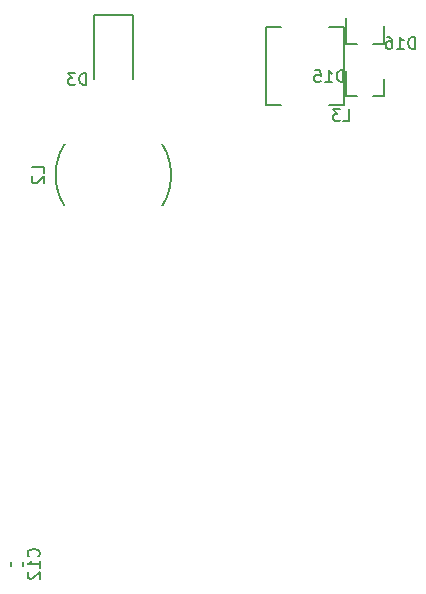
<source format=gbo>
G04 #@! TF.GenerationSoftware,KiCad,Pcbnew,(5.1.5)-3*
G04 #@! TF.CreationDate,2020-01-27T10:14:26+03:00*
G04 #@! TF.ProjectId,UBD,5542442e-6b69-4636-9164-5f7063625858,rev?*
G04 #@! TF.SameCoordinates,Original*
G04 #@! TF.FileFunction,Legend,Bot*
G04 #@! TF.FilePolarity,Positive*
%FSLAX46Y46*%
G04 Gerber Fmt 4.6, Leading zero omitted, Abs format (unit mm)*
G04 Created by KiCad (PCBNEW (5.1.5)-3) date 2020-01-27 10:14:26*
%MOMM*%
%LPD*%
G04 APERTURE LIST*
%ADD10C,0.200000*%
%ADD11C,0.150000*%
%ADD12C,1.702000*%
%ADD13R,1.902000X2.602000*%
%ADD14R,1.302000X3.102000*%
%ADD15R,1.802000X1.802000*%
%ADD16C,0.100000*%
%ADD17R,9.102000X3.102000*%
%ADD18O,2.052000X1.802000*%
%ADD19O,2.102000X1.802000*%
%ADD20R,3.531000X2.515000*%
%ADD21C,2.602000*%
%ADD22C,1.102000*%
%ADD23R,0.902000X1.002000*%
%ADD24R,1.902000X1.902000*%
%ADD25C,1.902000*%
%ADD26C,0.902000*%
%ADD27C,6.502000*%
G04 APERTURE END LIST*
D10*
X52960000Y-96517000D02*
X56260000Y-96517000D01*
X56260000Y-96517000D02*
X56260000Y-101917000D01*
X52960000Y-96517000D02*
X52960000Y-101917000D01*
X45972000Y-143164779D02*
X45972000Y-142839221D01*
X46992000Y-143164779D02*
X46992000Y-142839221D01*
X59510000Y-110068000D02*
G75*
G03X59510000Y-110068000I-4900000J0D01*
G01*
X72863191Y-104117482D02*
X74123691Y-104117482D01*
X74123691Y-104117482D02*
X74123691Y-97567482D01*
X74123691Y-97567482D02*
X72863191Y-97567482D01*
X68834191Y-104117482D02*
X67573691Y-104117482D01*
X67573691Y-104117482D02*
X67573691Y-97567482D01*
X67573691Y-97567482D02*
X68834191Y-97567482D01*
X77508690Y-98935479D02*
X77508690Y-97475479D01*
X74348690Y-98935479D02*
X74348690Y-96775479D01*
X74348690Y-98935479D02*
X75278690Y-98935479D01*
X77508690Y-98935479D02*
X76578690Y-98935479D01*
X77508690Y-103396480D02*
X77508690Y-101936480D01*
X74348690Y-103396480D02*
X74348690Y-101236480D01*
X74348690Y-103396480D02*
X75278690Y-103396480D01*
X77508690Y-103396480D02*
X76578690Y-103396480D01*
D11*
X52300095Y-102433380D02*
X52300095Y-101433380D01*
X52062000Y-101433380D01*
X51919142Y-101481000D01*
X51823904Y-101576238D01*
X51776285Y-101671476D01*
X51728666Y-101861952D01*
X51728666Y-102004809D01*
X51776285Y-102195285D01*
X51823904Y-102290523D01*
X51919142Y-102385761D01*
X52062000Y-102433380D01*
X52300095Y-102433380D01*
X51395333Y-101433380D02*
X50776285Y-101433380D01*
X51109619Y-101814333D01*
X50966761Y-101814333D01*
X50871523Y-101861952D01*
X50823904Y-101909571D01*
X50776285Y-102004809D01*
X50776285Y-102242904D01*
X50823904Y-102338142D01*
X50871523Y-102385761D01*
X50966761Y-102433380D01*
X51252476Y-102433380D01*
X51347714Y-102385761D01*
X51395333Y-102338142D01*
X48269142Y-142359142D02*
X48316761Y-142311523D01*
X48364380Y-142168666D01*
X48364380Y-142073428D01*
X48316761Y-141930571D01*
X48221523Y-141835333D01*
X48126285Y-141787714D01*
X47935809Y-141740095D01*
X47792952Y-141740095D01*
X47602476Y-141787714D01*
X47507238Y-141835333D01*
X47412000Y-141930571D01*
X47364380Y-142073428D01*
X47364380Y-142168666D01*
X47412000Y-142311523D01*
X47459619Y-142359142D01*
X48364380Y-143311523D02*
X48364380Y-142740095D01*
X48364380Y-143025809D02*
X47364380Y-143025809D01*
X47507238Y-142930571D01*
X47602476Y-142835333D01*
X47650095Y-142740095D01*
X47459619Y-143692476D02*
X47412000Y-143740095D01*
X47364380Y-143835333D01*
X47364380Y-144073428D01*
X47412000Y-144168666D01*
X47459619Y-144216285D01*
X47554857Y-144263904D01*
X47650095Y-144263904D01*
X47792952Y-144216285D01*
X48364380Y-143644857D01*
X48364380Y-144263904D01*
X48712380Y-109901333D02*
X48712380Y-109425142D01*
X47712380Y-109425142D01*
X47807619Y-110187047D02*
X47760000Y-110234666D01*
X47712380Y-110329904D01*
X47712380Y-110568000D01*
X47760000Y-110663238D01*
X47807619Y-110710857D01*
X47902857Y-110758476D01*
X47998095Y-110758476D01*
X48140952Y-110710857D01*
X48712380Y-110139428D01*
X48712380Y-110758476D01*
X74063356Y-105485863D02*
X74539547Y-105485863D01*
X74539547Y-104485863D01*
X73825261Y-104485863D02*
X73206213Y-104485863D01*
X73539547Y-104866816D01*
X73396690Y-104866816D01*
X73301451Y-104914435D01*
X73253832Y-104962054D01*
X73206213Y-105057292D01*
X73206213Y-105295387D01*
X73253832Y-105390625D01*
X73301451Y-105438244D01*
X73396690Y-105485863D01*
X73682404Y-105485863D01*
X73777642Y-105438244D01*
X73825261Y-105390625D01*
X80129976Y-99373859D02*
X80129976Y-98373859D01*
X79891881Y-98373859D01*
X79749024Y-98421479D01*
X79653786Y-98516717D01*
X79606167Y-98611955D01*
X79558548Y-98802431D01*
X79558548Y-98945288D01*
X79606167Y-99135764D01*
X79653786Y-99231002D01*
X79749024Y-99326240D01*
X79891881Y-99373859D01*
X80129976Y-99373859D01*
X78606167Y-99373859D02*
X79177595Y-99373859D01*
X78891881Y-99373859D02*
X78891881Y-98373859D01*
X78987119Y-98516717D01*
X79082357Y-98611955D01*
X79177595Y-98659574D01*
X77749024Y-98373859D02*
X77939500Y-98373859D01*
X78034738Y-98421479D01*
X78082357Y-98469098D01*
X78177595Y-98611955D01*
X78225214Y-98802431D01*
X78225214Y-99183383D01*
X78177595Y-99278621D01*
X78129976Y-99326240D01*
X78034738Y-99373859D01*
X77844262Y-99373859D01*
X77749024Y-99326240D01*
X77701405Y-99278621D01*
X77653786Y-99183383D01*
X77653786Y-98945288D01*
X77701405Y-98850050D01*
X77749024Y-98802431D01*
X77844262Y-98754812D01*
X78034738Y-98754812D01*
X78129976Y-98802431D01*
X78177595Y-98850050D01*
X78225214Y-98945288D01*
X74094975Y-102183860D02*
X74094975Y-101183860D01*
X73856880Y-101183860D01*
X73714023Y-101231480D01*
X73618785Y-101326718D01*
X73571166Y-101421956D01*
X73523547Y-101612432D01*
X73523547Y-101755289D01*
X73571166Y-101945765D01*
X73618785Y-102041003D01*
X73714023Y-102136241D01*
X73856880Y-102183860D01*
X74094975Y-102183860D01*
X72571166Y-102183860D02*
X73142594Y-102183860D01*
X72856880Y-102183860D02*
X72856880Y-101183860D01*
X72952118Y-101326718D01*
X73047356Y-101421956D01*
X73142594Y-101469575D01*
X71666404Y-101183860D02*
X72142594Y-101183860D01*
X72190213Y-101660051D01*
X72142594Y-101612432D01*
X72047356Y-101564813D01*
X71809261Y-101564813D01*
X71714023Y-101612432D01*
X71666404Y-101660051D01*
X71618785Y-101755289D01*
X71618785Y-101993384D01*
X71666404Y-102088622D01*
X71714023Y-102136241D01*
X71809261Y-102183860D01*
X72047356Y-102183860D01*
X72142594Y-102136241D01*
X72190213Y-102088622D01*
%LPC*%
D12*
X41656000Y-110490000D03*
X41656000Y-115490000D03*
D13*
X54610000Y-97917000D03*
X54610000Y-101917000D03*
D14*
X69368146Y-149894038D03*
X71368146Y-149894038D03*
X73368146Y-149894038D03*
X75368146Y-149894038D03*
X77368146Y-149894038D03*
X79368146Y-149894038D03*
X81368146Y-149894038D03*
X83368146Y-149894038D03*
X83368146Y-135894038D03*
X81368146Y-135894038D03*
X79368146Y-135894038D03*
X77368146Y-135894038D03*
X75368146Y-135894038D03*
X73368146Y-135894038D03*
X71368146Y-135894038D03*
X69368146Y-135894038D03*
D15*
X59055000Y-149860000D03*
X95885000Y-147955000D03*
X76200000Y-107950000D03*
D16*
G36*
X46787691Y-141727176D02*
G01*
X46811401Y-141730693D01*
X46834652Y-141736517D01*
X46857220Y-141744592D01*
X46878889Y-141754841D01*
X46899448Y-141767164D01*
X46918701Y-141781442D01*
X46936461Y-141797539D01*
X46952558Y-141815299D01*
X46966836Y-141834552D01*
X46979159Y-141855111D01*
X46989408Y-141876780D01*
X46997483Y-141899348D01*
X47003307Y-141922599D01*
X47006824Y-141946309D01*
X47008000Y-141970250D01*
X47008000Y-142458750D01*
X47006824Y-142482691D01*
X47003307Y-142506401D01*
X46997483Y-142529652D01*
X46989408Y-142552220D01*
X46979159Y-142573889D01*
X46966836Y-142594448D01*
X46952558Y-142613701D01*
X46936461Y-142631461D01*
X46918701Y-142647558D01*
X46899448Y-142661836D01*
X46878889Y-142674159D01*
X46857220Y-142684408D01*
X46834652Y-142692483D01*
X46811401Y-142698307D01*
X46787691Y-142701824D01*
X46763750Y-142703000D01*
X46200250Y-142703000D01*
X46176309Y-142701824D01*
X46152599Y-142698307D01*
X46129348Y-142692483D01*
X46106780Y-142684408D01*
X46085111Y-142674159D01*
X46064552Y-142661836D01*
X46045299Y-142647558D01*
X46027539Y-142631461D01*
X46011442Y-142613701D01*
X45997164Y-142594448D01*
X45984841Y-142573889D01*
X45974592Y-142552220D01*
X45966517Y-142529652D01*
X45960693Y-142506401D01*
X45957176Y-142482691D01*
X45956000Y-142458750D01*
X45956000Y-141970250D01*
X45957176Y-141946309D01*
X45960693Y-141922599D01*
X45966517Y-141899348D01*
X45974592Y-141876780D01*
X45984841Y-141855111D01*
X45997164Y-141834552D01*
X46011442Y-141815299D01*
X46027539Y-141797539D01*
X46045299Y-141781442D01*
X46064552Y-141767164D01*
X46085111Y-141754841D01*
X46106780Y-141744592D01*
X46129348Y-141736517D01*
X46152599Y-141730693D01*
X46176309Y-141727176D01*
X46200250Y-141726000D01*
X46763750Y-141726000D01*
X46787691Y-141727176D01*
G37*
G36*
X46787691Y-143302176D02*
G01*
X46811401Y-143305693D01*
X46834652Y-143311517D01*
X46857220Y-143319592D01*
X46878889Y-143329841D01*
X46899448Y-143342164D01*
X46918701Y-143356442D01*
X46936461Y-143372539D01*
X46952558Y-143390299D01*
X46966836Y-143409552D01*
X46979159Y-143430111D01*
X46989408Y-143451780D01*
X46997483Y-143474348D01*
X47003307Y-143497599D01*
X47006824Y-143521309D01*
X47008000Y-143545250D01*
X47008000Y-144033750D01*
X47006824Y-144057691D01*
X47003307Y-144081401D01*
X46997483Y-144104652D01*
X46989408Y-144127220D01*
X46979159Y-144148889D01*
X46966836Y-144169448D01*
X46952558Y-144188701D01*
X46936461Y-144206461D01*
X46918701Y-144222558D01*
X46899448Y-144236836D01*
X46878889Y-144249159D01*
X46857220Y-144259408D01*
X46834652Y-144267483D01*
X46811401Y-144273307D01*
X46787691Y-144276824D01*
X46763750Y-144278000D01*
X46200250Y-144278000D01*
X46176309Y-144276824D01*
X46152599Y-144273307D01*
X46129348Y-144267483D01*
X46106780Y-144259408D01*
X46085111Y-144249159D01*
X46064552Y-144236836D01*
X46045299Y-144222558D01*
X46027539Y-144206461D01*
X46011442Y-144188701D01*
X45997164Y-144169448D01*
X45984841Y-144148889D01*
X45974592Y-144127220D01*
X45966517Y-144104652D01*
X45960693Y-144081401D01*
X45957176Y-144057691D01*
X45956000Y-144033750D01*
X45956000Y-143545250D01*
X45957176Y-143521309D01*
X45960693Y-143497599D01*
X45966517Y-143474348D01*
X45974592Y-143451780D01*
X45984841Y-143430111D01*
X45997164Y-143409552D01*
X46011442Y-143390299D01*
X46027539Y-143372539D01*
X46045299Y-143356442D01*
X46064552Y-143342164D01*
X46085111Y-143329841D01*
X46106780Y-143319592D01*
X46129348Y-143311517D01*
X46152599Y-143305693D01*
X46176309Y-143302176D01*
X46200250Y-143301000D01*
X46763750Y-143301000D01*
X46787691Y-143302176D01*
G37*
D17*
X54610000Y-105918000D03*
X54610000Y-114218000D03*
D18*
X112395000Y-148710000D03*
X112395000Y-151210000D03*
X112395000Y-153710000D03*
D16*
G36*
X113181975Y-155310276D02*
G01*
X113207699Y-155314092D01*
X113232925Y-155320411D01*
X113257411Y-155329172D01*
X113280920Y-155340291D01*
X113303226Y-155353661D01*
X113324114Y-155369152D01*
X113343383Y-155386617D01*
X113360848Y-155405886D01*
X113376339Y-155426774D01*
X113389709Y-155449080D01*
X113400828Y-155472589D01*
X113409589Y-155497075D01*
X113415908Y-155522301D01*
X113419724Y-155548025D01*
X113421000Y-155574000D01*
X113421000Y-156846000D01*
X113419724Y-156871975D01*
X113415908Y-156897699D01*
X113409589Y-156922925D01*
X113400828Y-156947411D01*
X113389709Y-156970920D01*
X113376339Y-156993226D01*
X113360848Y-157014114D01*
X113343383Y-157033383D01*
X113324114Y-157050848D01*
X113303226Y-157066339D01*
X113280920Y-157079709D01*
X113257411Y-157090828D01*
X113232925Y-157099589D01*
X113207699Y-157105908D01*
X113181975Y-157109724D01*
X113156000Y-157111000D01*
X111634000Y-157111000D01*
X111608025Y-157109724D01*
X111582301Y-157105908D01*
X111557075Y-157099589D01*
X111532589Y-157090828D01*
X111509080Y-157079709D01*
X111486774Y-157066339D01*
X111465886Y-157050848D01*
X111446617Y-157033383D01*
X111429152Y-157014114D01*
X111413661Y-156993226D01*
X111400291Y-156970920D01*
X111389172Y-156947411D01*
X111380411Y-156922925D01*
X111374092Y-156897699D01*
X111370276Y-156871975D01*
X111369000Y-156846000D01*
X111369000Y-155574000D01*
X111370276Y-155548025D01*
X111374092Y-155522301D01*
X111380411Y-155497075D01*
X111389172Y-155472589D01*
X111400291Y-155449080D01*
X111413661Y-155426774D01*
X111429152Y-155405886D01*
X111446617Y-155386617D01*
X111465886Y-155369152D01*
X111486774Y-155353661D01*
X111509080Y-155340291D01*
X111532589Y-155329172D01*
X111557075Y-155320411D01*
X111582301Y-155314092D01*
X111608025Y-155310276D01*
X111634000Y-155309000D01*
X113156000Y-155309000D01*
X113181975Y-155310276D01*
G37*
D19*
X112395000Y-115610000D03*
D16*
G36*
X113206975Y-117210276D02*
G01*
X113232699Y-117214092D01*
X113257925Y-117220411D01*
X113282411Y-117229172D01*
X113305920Y-117240291D01*
X113328226Y-117253661D01*
X113349114Y-117269152D01*
X113368383Y-117286617D01*
X113385848Y-117305886D01*
X113401339Y-117326774D01*
X113414709Y-117349080D01*
X113425828Y-117372589D01*
X113434589Y-117397075D01*
X113440908Y-117422301D01*
X113444724Y-117448025D01*
X113446000Y-117474000D01*
X113446000Y-118746000D01*
X113444724Y-118771975D01*
X113440908Y-118797699D01*
X113434589Y-118822925D01*
X113425828Y-118847411D01*
X113414709Y-118870920D01*
X113401339Y-118893226D01*
X113385848Y-118914114D01*
X113368383Y-118933383D01*
X113349114Y-118950848D01*
X113328226Y-118966339D01*
X113305920Y-118979709D01*
X113282411Y-118990828D01*
X113257925Y-118999589D01*
X113232699Y-119005908D01*
X113206975Y-119009724D01*
X113181000Y-119011000D01*
X111609000Y-119011000D01*
X111583025Y-119009724D01*
X111557301Y-119005908D01*
X111532075Y-118999589D01*
X111507589Y-118990828D01*
X111484080Y-118979709D01*
X111461774Y-118966339D01*
X111440886Y-118950848D01*
X111421617Y-118933383D01*
X111404152Y-118914114D01*
X111388661Y-118893226D01*
X111375291Y-118870920D01*
X111364172Y-118847411D01*
X111355411Y-118822925D01*
X111349092Y-118797699D01*
X111345276Y-118771975D01*
X111344000Y-118746000D01*
X111344000Y-117474000D01*
X111345276Y-117448025D01*
X111349092Y-117422301D01*
X111355411Y-117397075D01*
X111364172Y-117372589D01*
X111375291Y-117349080D01*
X111388661Y-117326774D01*
X111404152Y-117305886D01*
X111421617Y-117286617D01*
X111440886Y-117269152D01*
X111461774Y-117253661D01*
X111484080Y-117240291D01*
X111507589Y-117229172D01*
X111532075Y-117220411D01*
X111557301Y-117214092D01*
X111583025Y-117210276D01*
X111609000Y-117209000D01*
X113181000Y-117209000D01*
X113206975Y-117210276D01*
G37*
D19*
X112395000Y-107990000D03*
D16*
G36*
X113206975Y-109590276D02*
G01*
X113232699Y-109594092D01*
X113257925Y-109600411D01*
X113282411Y-109609172D01*
X113305920Y-109620291D01*
X113328226Y-109633661D01*
X113349114Y-109649152D01*
X113368383Y-109666617D01*
X113385848Y-109685886D01*
X113401339Y-109706774D01*
X113414709Y-109729080D01*
X113425828Y-109752589D01*
X113434589Y-109777075D01*
X113440908Y-109802301D01*
X113444724Y-109828025D01*
X113446000Y-109854000D01*
X113446000Y-111126000D01*
X113444724Y-111151975D01*
X113440908Y-111177699D01*
X113434589Y-111202925D01*
X113425828Y-111227411D01*
X113414709Y-111250920D01*
X113401339Y-111273226D01*
X113385848Y-111294114D01*
X113368383Y-111313383D01*
X113349114Y-111330848D01*
X113328226Y-111346339D01*
X113305920Y-111359709D01*
X113282411Y-111370828D01*
X113257925Y-111379589D01*
X113232699Y-111385908D01*
X113206975Y-111389724D01*
X113181000Y-111391000D01*
X111609000Y-111391000D01*
X111583025Y-111389724D01*
X111557301Y-111385908D01*
X111532075Y-111379589D01*
X111507589Y-111370828D01*
X111484080Y-111359709D01*
X111461774Y-111346339D01*
X111440886Y-111330848D01*
X111421617Y-111313383D01*
X111404152Y-111294114D01*
X111388661Y-111273226D01*
X111375291Y-111250920D01*
X111364172Y-111227411D01*
X111355411Y-111202925D01*
X111349092Y-111177699D01*
X111345276Y-111151975D01*
X111344000Y-111126000D01*
X111344000Y-109854000D01*
X111345276Y-109828025D01*
X111349092Y-109802301D01*
X111355411Y-109777075D01*
X111364172Y-109752589D01*
X111375291Y-109729080D01*
X111388661Y-109706774D01*
X111404152Y-109685886D01*
X111421617Y-109666617D01*
X111440886Y-109649152D01*
X111461774Y-109633661D01*
X111484080Y-109620291D01*
X111507589Y-109609172D01*
X111532075Y-109600411D01*
X111557301Y-109594092D01*
X111583025Y-109590276D01*
X111609000Y-109589000D01*
X113181000Y-109589000D01*
X113206975Y-109590276D01*
G37*
D19*
X32385000Y-109815000D03*
D16*
G36*
X33196975Y-106415276D02*
G01*
X33222699Y-106419092D01*
X33247925Y-106425411D01*
X33272411Y-106434172D01*
X33295920Y-106445291D01*
X33318226Y-106458661D01*
X33339114Y-106474152D01*
X33358383Y-106491617D01*
X33375848Y-106510886D01*
X33391339Y-106531774D01*
X33404709Y-106554080D01*
X33415828Y-106577589D01*
X33424589Y-106602075D01*
X33430908Y-106627301D01*
X33434724Y-106653025D01*
X33436000Y-106679000D01*
X33436000Y-107951000D01*
X33434724Y-107976975D01*
X33430908Y-108002699D01*
X33424589Y-108027925D01*
X33415828Y-108052411D01*
X33404709Y-108075920D01*
X33391339Y-108098226D01*
X33375848Y-108119114D01*
X33358383Y-108138383D01*
X33339114Y-108155848D01*
X33318226Y-108171339D01*
X33295920Y-108184709D01*
X33272411Y-108195828D01*
X33247925Y-108204589D01*
X33222699Y-108210908D01*
X33196975Y-108214724D01*
X33171000Y-108216000D01*
X31599000Y-108216000D01*
X31573025Y-108214724D01*
X31547301Y-108210908D01*
X31522075Y-108204589D01*
X31497589Y-108195828D01*
X31474080Y-108184709D01*
X31451774Y-108171339D01*
X31430886Y-108155848D01*
X31411617Y-108138383D01*
X31394152Y-108119114D01*
X31378661Y-108098226D01*
X31365291Y-108075920D01*
X31354172Y-108052411D01*
X31345411Y-108027925D01*
X31339092Y-108002699D01*
X31335276Y-107976975D01*
X31334000Y-107951000D01*
X31334000Y-106679000D01*
X31335276Y-106653025D01*
X31339092Y-106627301D01*
X31345411Y-106602075D01*
X31354172Y-106577589D01*
X31365291Y-106554080D01*
X31378661Y-106531774D01*
X31394152Y-106510886D01*
X31411617Y-106491617D01*
X31430886Y-106474152D01*
X31451774Y-106458661D01*
X31474080Y-106445291D01*
X31497589Y-106434172D01*
X31522075Y-106425411D01*
X31547301Y-106419092D01*
X31573025Y-106415276D01*
X31599000Y-106414000D01*
X33171000Y-106414000D01*
X33196975Y-106415276D01*
G37*
D18*
X32384999Y-120610000D03*
X32384999Y-118110000D03*
D16*
G36*
X33171974Y-114710276D02*
G01*
X33197698Y-114714092D01*
X33222924Y-114720411D01*
X33247410Y-114729172D01*
X33270919Y-114740291D01*
X33293225Y-114753661D01*
X33314113Y-114769152D01*
X33333382Y-114786617D01*
X33350847Y-114805886D01*
X33366338Y-114826774D01*
X33379708Y-114849080D01*
X33390827Y-114872589D01*
X33399588Y-114897075D01*
X33405907Y-114922301D01*
X33409723Y-114948025D01*
X33410999Y-114974000D01*
X33410999Y-116246000D01*
X33409723Y-116271975D01*
X33405907Y-116297699D01*
X33399588Y-116322925D01*
X33390827Y-116347411D01*
X33379708Y-116370920D01*
X33366338Y-116393226D01*
X33350847Y-116414114D01*
X33333382Y-116433383D01*
X33314113Y-116450848D01*
X33293225Y-116466339D01*
X33270919Y-116479709D01*
X33247410Y-116490828D01*
X33222924Y-116499589D01*
X33197698Y-116505908D01*
X33171974Y-116509724D01*
X33145999Y-116511000D01*
X31623999Y-116511000D01*
X31598024Y-116509724D01*
X31572300Y-116505908D01*
X31547074Y-116499589D01*
X31522588Y-116490828D01*
X31499079Y-116479709D01*
X31476773Y-116466339D01*
X31455885Y-116450848D01*
X31436616Y-116433383D01*
X31419151Y-116414114D01*
X31403660Y-116393226D01*
X31390290Y-116370920D01*
X31379171Y-116347411D01*
X31370410Y-116322925D01*
X31364091Y-116297699D01*
X31360275Y-116271975D01*
X31358999Y-116246000D01*
X31358999Y-114974000D01*
X31360275Y-114948025D01*
X31364091Y-114922301D01*
X31370410Y-114897075D01*
X31379171Y-114872589D01*
X31390290Y-114849080D01*
X31403660Y-114826774D01*
X31419151Y-114805886D01*
X31436616Y-114786617D01*
X31455885Y-114769152D01*
X31476773Y-114753661D01*
X31499079Y-114740291D01*
X31522588Y-114729172D01*
X31547074Y-114720411D01*
X31572300Y-114714092D01*
X31598024Y-114710276D01*
X31623999Y-114709000D01*
X33145999Y-114709000D01*
X33171974Y-114710276D01*
G37*
D18*
X32385000Y-150335000D03*
X32385000Y-147835000D03*
X32385000Y-145335000D03*
X32385000Y-142835000D03*
D16*
G36*
X33171975Y-139435276D02*
G01*
X33197699Y-139439092D01*
X33222925Y-139445411D01*
X33247411Y-139454172D01*
X33270920Y-139465291D01*
X33293226Y-139478661D01*
X33314114Y-139494152D01*
X33333383Y-139511617D01*
X33350848Y-139530886D01*
X33366339Y-139551774D01*
X33379709Y-139574080D01*
X33390828Y-139597589D01*
X33399589Y-139622075D01*
X33405908Y-139647301D01*
X33409724Y-139673025D01*
X33411000Y-139699000D01*
X33411000Y-140971000D01*
X33409724Y-140996975D01*
X33405908Y-141022699D01*
X33399589Y-141047925D01*
X33390828Y-141072411D01*
X33379709Y-141095920D01*
X33366339Y-141118226D01*
X33350848Y-141139114D01*
X33333383Y-141158383D01*
X33314114Y-141175848D01*
X33293226Y-141191339D01*
X33270920Y-141204709D01*
X33247411Y-141215828D01*
X33222925Y-141224589D01*
X33197699Y-141230908D01*
X33171975Y-141234724D01*
X33146000Y-141236000D01*
X31624000Y-141236000D01*
X31598025Y-141234724D01*
X31572301Y-141230908D01*
X31547075Y-141224589D01*
X31522589Y-141215828D01*
X31499080Y-141204709D01*
X31476774Y-141191339D01*
X31455886Y-141175848D01*
X31436617Y-141158383D01*
X31419152Y-141139114D01*
X31403661Y-141118226D01*
X31390291Y-141095920D01*
X31379172Y-141072411D01*
X31370411Y-141047925D01*
X31364092Y-141022699D01*
X31360276Y-140996975D01*
X31359000Y-140971000D01*
X31359000Y-139699000D01*
X31360276Y-139673025D01*
X31364092Y-139647301D01*
X31370411Y-139622075D01*
X31379172Y-139597589D01*
X31390291Y-139574080D01*
X31403661Y-139551774D01*
X31419152Y-139530886D01*
X31436617Y-139511617D01*
X31455886Y-139494152D01*
X31476774Y-139478661D01*
X31499080Y-139465291D01*
X31522589Y-139454172D01*
X31547075Y-139445411D01*
X31572301Y-139439092D01*
X31598025Y-139435276D01*
X31624000Y-139434000D01*
X33146000Y-139434000D01*
X33171975Y-139435276D01*
G37*
D20*
X70848691Y-103763482D03*
X70848691Y-97921482D03*
D21*
X91440000Y-118765000D03*
X93940000Y-113665000D03*
X93940000Y-123665000D03*
X104140000Y-123665000D03*
X104140000Y-113665000D03*
X91440000Y-105430000D03*
X93940000Y-100330000D03*
X93940000Y-110330000D03*
X104140000Y-110330000D03*
X104140000Y-100330000D03*
D22*
X113852000Y-138521000D03*
X113852000Y-142921000D03*
D23*
X75928690Y-99175479D03*
X76878690Y-97175479D03*
X74978690Y-97175479D03*
X75928690Y-103636480D03*
X76878690Y-101636480D03*
X74978690Y-101636480D03*
D24*
X79880000Y-158849000D03*
D25*
X82420000Y-158849000D03*
D24*
X71880000Y-158849000D03*
D25*
X74420000Y-158849000D03*
D24*
X63880000Y-158849000D03*
D25*
X66420000Y-158849000D03*
D24*
X55880000Y-158849000D03*
D25*
X58420000Y-158849000D03*
D26*
X111622055Y-99902944D03*
X109924999Y-99200000D03*
X108227943Y-99902944D03*
X107524999Y-101600000D03*
X108227943Y-103297056D03*
X109924999Y-104000000D03*
X111622055Y-103297056D03*
X112324999Y-101600000D03*
D27*
X109924999Y-101600000D03*
X34925000Y-156600000D03*
D26*
X37325000Y-156600000D03*
X36622056Y-158297056D03*
X34925000Y-159000000D03*
X33227944Y-158297056D03*
X32525000Y-156600000D03*
X33227944Y-154902944D03*
X34925000Y-154200000D03*
X36622056Y-154902944D03*
X36622056Y-99902944D03*
X34925000Y-99200000D03*
X33227944Y-99902944D03*
X32525000Y-101600000D03*
X33227944Y-103297056D03*
X34925000Y-104000000D03*
X36622056Y-103297056D03*
X37325000Y-101600000D03*
D27*
X34925000Y-101600000D03*
M02*

</source>
